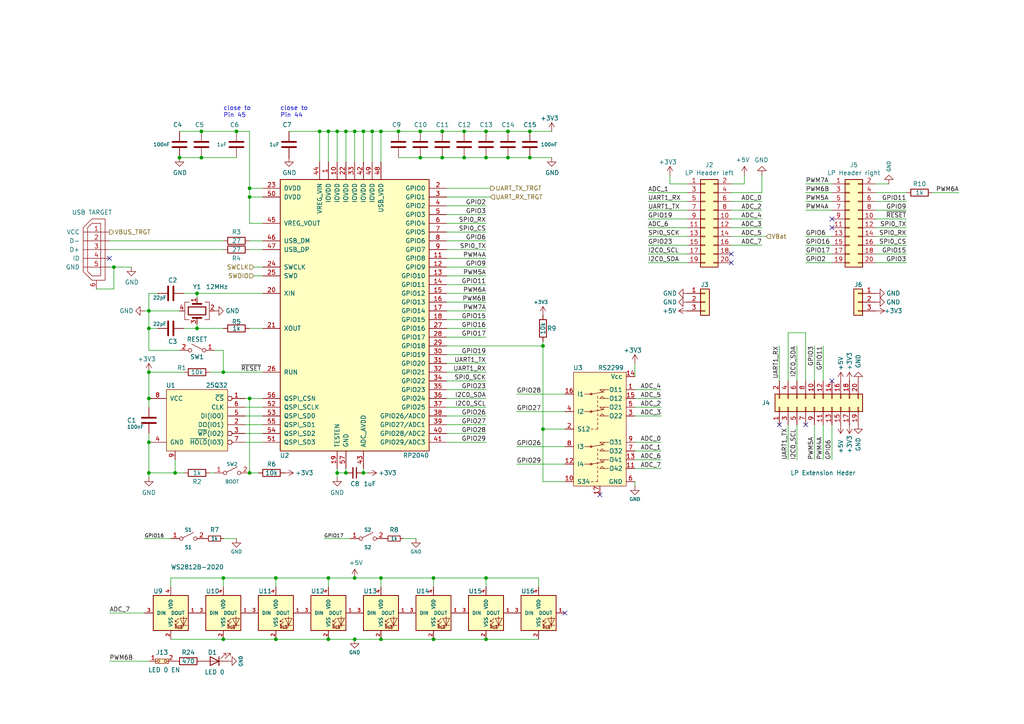
<source format=kicad_sch>
(kicad_sch (version 20231120) (generator "eeschema") (generator_version "8.0")
  (paper "A4")
  (junction (at 157.48 124.46))
  (junction (at 121.92 38.1))
  (junction (at 72.39 54.61))
  (junction (at 92.71 38.1))
  (junction (at 153.67 45.72))
  (junction (at 107.95 38.1))
  (junction (at 50.8 137.16))
  (junction (at 110.49 167.64))
  (junction (at 72.39 137.16))
  (junction (at 105.41 38.1))
  (junction (at 121.92 45.72))
  (junction (at 43.18 107.95))
  (junction (at 153.67 38.1))
  (junction (at 110.49 38.1))
  (junction (at 80.01 167.64))
  (junction (at 140.97 167.64))
  (junction (at 147.32 45.72))
  (junction (at 115.57 38.1))
  (junction (at 105.41 137.16))
  (junction (at 100.33 137.16))
  (junction (at 102.87 38.1))
  (junction (at 140.97 185.42))
  (junction (at 64.77 107.95))
  (junction (at 33.02 77.47))
  (junction (at 80.01 185.42))
  (junction (at 97.79 38.1))
  (junction (at 140.97 38.1))
  (junction (at 157.48 100.33))
  (junction (at 95.25 38.1))
  (junction (at 128.27 45.72))
  (junction (at 134.62 45.72))
  (junction (at 102.87 167.64))
  (junction (at 95.25 167.64))
  (junction (at 57.15 85.09))
  (junction (at 72.39 115.57))
  (junction (at 72.39 57.15))
  (junction (at 95.25 185.42))
  (junction (at 97.79 137.16))
  (junction (at 100.33 38.1))
  (junction (at 43.18 115.57))
  (junction (at 43.18 128.27))
  (junction (at 140.97 45.72))
  (junction (at 102.87 185.42))
  (junction (at 57.15 95.25))
  (junction (at 125.73 167.64))
  (junction (at 43.18 90.17))
  (junction (at 128.27 38.1))
  (junction (at 58.42 45.72))
  (junction (at 64.77 167.64))
  (junction (at 43.18 95.25))
  (junction (at 134.62 38.1))
  (junction (at 147.32 38.1))
  (junction (at 64.77 185.42))
  (junction (at 43.18 137.16))
  (junction (at 58.42 38.1))
  (junction (at 125.73 185.42))
  (junction (at 110.49 185.42))
  (junction (at 52.07 45.72))
  (junction (at 68.58 38.1))
  (no_connect (at 241.3 63.5))
  (no_connect (at 241.3 66.04))
  (no_connect (at 163.83 177.8))
  (no_connect (at 212.09 76.2))
  (no_connect (at 233.68 123.19))
  (no_connect (at 173.99 143.51))
  (no_connect (at 31.75 74.93))
  (no_connect (at 241.3 110.49))
  (no_connect (at 212.09 73.66))
  (no_connect (at 226.06 123.19))
  (wire (pts (xy 140.97 38.1) (xy 147.32 38.1)))
  (wire (pts (xy 231.14 123.19) (xy 231.14 133.35)))
  (wire (pts (xy 149.86 129.54) (xy 163.83 129.54)))
  (wire (pts (xy 43.18 90.17) (xy 52.07 90.17)))
  (wire (pts (xy 147.32 38.1) (xy 153.67 38.1)))
  (wire (pts (xy 64.77 156.21) (xy 68.58 156.21)))
  (wire (pts (xy 187.96 76.2) (xy 199.39 76.2)))
  (wire (pts (xy 73.66 80.01) (xy 76.2 80.01)))
  (wire (pts (xy 129.54 95.25) (xy 140.97 95.25)))
  (wire (pts (xy 93.98 156.21) (xy 101.6 156.21)))
  (wire (pts (xy 129.54 123.19) (xy 140.97 123.19)))
  (wire (pts (xy 134.62 45.72) (xy 140.97 45.72)))
  (wire (pts (xy 254 66.04) (xy 262.89 66.04)))
  (wire (pts (xy 187.96 68.58) (xy 199.39 68.58)))
  (wire (pts (xy 64.77 185.42) (xy 80.01 185.42)))
  (wire (pts (xy 254 76.2) (xy 262.89 76.2)))
  (wire (pts (xy 129.54 110.49) (xy 140.97 110.49)))
  (wire (pts (xy 140.97 120.65) (xy 129.54 120.65)))
  (wire (pts (xy 71.12 120.65) (xy 76.2 120.65)))
  (wire (pts (xy 95.25 38.1) (xy 97.79 38.1)))
  (wire (pts (xy 41.91 90.17) (xy 43.18 90.17)))
  (wire (pts (xy 115.57 38.1) (xy 121.92 38.1)))
  (wire (pts (xy 97.79 135.89) (xy 97.79 137.16)))
  (wire (pts (xy 228.6 110.49) (xy 228.6 96.52)))
  (wire (pts (xy 254 63.5) (xy 262.89 63.5)))
  (wire (pts (xy 233.68 68.58) (xy 241.3 68.58)))
  (wire (pts (xy 194.31 50.8) (xy 194.31 53.34)))
  (wire (pts (xy 58.42 38.1) (xy 68.58 38.1)))
  (wire (pts (xy 43.18 125.73) (xy 43.18 128.27)))
  (wire (pts (xy 184.15 113.03) (xy 191.77 113.03)))
  (wire (pts (xy 31.75 177.8) (xy 41.91 177.8)))
  (wire (pts (xy 125.73 170.18) (xy 125.73 167.64)))
  (wire (pts (xy 254 58.42) (xy 262.89 58.42)))
  (wire (pts (xy 50.8 137.16) (xy 53.34 137.16)))
  (wire (pts (xy 43.18 128.27) (xy 43.18 137.16)))
  (wire (pts (xy 157.48 124.46) (xy 163.83 124.46)))
  (wire (pts (xy 129.54 69.85) (xy 140.97 69.85)))
  (wire (pts (xy 68.58 38.1) (xy 72.39 38.1)))
  (wire (pts (xy 134.62 38.1) (xy 140.97 38.1)))
  (wire (pts (xy 254 73.66) (xy 262.89 73.66)))
  (wire (pts (xy 72.39 137.16) (xy 72.39 115.57)))
  (wire (pts (xy 43.18 191.77) (xy 31.75 191.77)))
  (wire (pts (xy 128.27 38.1) (xy 134.62 38.1)))
  (wire (pts (xy 236.22 100.33) (xy 236.22 110.49)))
  (wire (pts (xy 68.58 45.72) (xy 58.42 45.72)))
  (wire (pts (xy 72.39 38.1) (xy 72.39 54.61)))
  (wire (pts (xy 184.15 139.7) (xy 184.15 140.97)))
  (wire (pts (xy 184.15 105.41) (xy 184.15 109.22)))
  (wire (pts (xy 212.09 66.04) (xy 220.98 66.04)))
  (wire (pts (xy 163.83 139.7) (xy 157.48 139.7)))
  (wire (pts (xy 129.54 90.17) (xy 140.97 90.17)))
  (wire (pts (xy 57.15 95.25) (xy 53.34 95.25)))
  (wire (pts (xy 107.95 38.1) (xy 107.95 46.99)))
  (wire (pts (xy 129.54 100.33) (xy 157.48 100.33)))
  (wire (pts (xy 129.54 62.23) (xy 140.97 62.23)))
  (wire (pts (xy 95.25 38.1) (xy 95.25 46.99)))
  (wire (pts (xy 72.39 54.61) (xy 76.2 54.61)))
  (wire (pts (xy 110.49 170.18) (xy 110.49 167.64)))
  (wire (pts (xy 64.77 170.18) (xy 64.77 167.64)))
  (wire (pts (xy 184.15 130.81) (xy 191.77 130.81)))
  (wire (pts (xy 129.54 128.27) (xy 140.97 128.27)))
  (wire (pts (xy 95.25 170.18) (xy 95.25 167.64)))
  (wire (pts (xy 187.96 60.96) (xy 199.39 60.96)))
  (wire (pts (xy 97.79 137.16) (xy 100.33 137.16)))
  (wire (pts (xy 129.54 80.01) (xy 140.97 80.01)))
  (wire (pts (xy 187.96 73.66) (xy 199.39 73.66)))
  (wire (pts (xy 31.75 69.85) (xy 64.77 69.85)))
  (wire (pts (xy 97.79 38.1) (xy 97.79 46.99)))
  (wire (pts (xy 72.39 115.57) (xy 76.2 115.57)))
  (wire (pts (xy 233.68 73.66) (xy 241.3 73.66)))
  (wire (pts (xy 184.15 120.65) (xy 191.77 120.65)))
  (wire (pts (xy 129.54 64.77) (xy 140.97 64.77)))
  (wire (pts (xy 110.49 185.42) (xy 125.73 185.42)))
  (wire (pts (xy 212.09 58.42) (xy 220.98 58.42)))
  (wire (pts (xy 129.54 59.69) (xy 140.97 59.69)))
  (wire (pts (xy 43.18 90.17) (xy 43.18 95.25)))
  (wire (pts (xy 140.97 167.64) (xy 156.21 167.64)))
  (wire (pts (xy 121.92 45.72) (xy 128.27 45.72)))
  (wire (pts (xy 52.07 38.1) (xy 58.42 38.1)))
  (wire (pts (xy 102.87 38.1) (xy 105.41 38.1)))
  (wire (pts (xy 226.06 100.33) (xy 226.06 110.49)))
  (wire (pts (xy 238.76 100.33) (xy 238.76 110.49)))
  (wire (pts (xy 228.6 123.19) (xy 228.6 133.35)))
  (wire (pts (xy 142.24 54.61) (xy 129.54 54.61)))
  (wire (pts (xy 52.07 101.6) (xy 43.18 101.6)))
  (wire (pts (xy 153.67 45.72) (xy 160.02 45.72)))
  (wire (pts (xy 184.15 118.11) (xy 191.77 118.11)))
  (wire (pts (xy 80.01 167.64) (xy 95.25 167.64)))
  (wire (pts (xy 184.15 128.27) (xy 191.77 128.27)))
  (wire (pts (xy 71.12 125.73) (xy 76.2 125.73)))
  (wire (pts (xy 228.6 96.52) (xy 233.68 96.52)))
  (wire (pts (xy 71.12 128.27) (xy 76.2 128.27)))
  (wire (pts (xy 140.97 115.57) (xy 129.54 115.57)))
  (wire (pts (xy 58.42 45.72) (xy 52.07 45.72)))
  (wire (pts (xy 100.33 38.1) (xy 102.87 38.1)))
  (wire (pts (xy 41.91 156.21) (xy 49.53 156.21)))
  (wire (pts (xy 72.39 57.15) (xy 72.39 64.77)))
  (wire (pts (xy 149.86 114.3) (xy 163.83 114.3)))
  (wire (pts (xy 50.8 133.35) (xy 50.8 137.16)))
  (wire (pts (xy 125.73 185.42) (xy 140.97 185.42)))
  (wire (pts (xy 121.92 38.1) (xy 128.27 38.1)))
  (wire (pts (xy 156.21 167.64) (xy 156.21 170.18)))
  (wire (pts (xy 129.54 82.55) (xy 140.97 82.55)))
  (wire (pts (xy 187.96 63.5) (xy 199.39 63.5)))
  (wire (pts (xy 92.71 38.1) (xy 95.25 38.1)))
  (wire (pts (xy 129.54 92.71) (xy 140.97 92.71)))
  (wire (pts (xy 33.02 77.47) (xy 38.1 77.47)))
  (wire (pts (xy 62.23 101.6) (xy 64.77 101.6)))
  (wire (pts (xy 71.12 118.11) (xy 76.2 118.11)))
  (wire (pts (xy 140.97 105.41) (xy 129.54 105.41)))
  (wire (pts (xy 184.15 135.89) (xy 191.77 135.89)))
  (wire (pts (xy 115.57 45.72) (xy 121.92 45.72)))
  (wire (pts (xy 129.54 87.63) (xy 140.97 87.63)))
  (wire (pts (xy 212.09 68.58) (xy 222.25 68.58)))
  (wire (pts (xy 110.49 167.64) (xy 125.73 167.64)))
  (wire (pts (xy 129.54 102.87) (xy 140.97 102.87)))
  (wire (pts (xy 212.09 55.88) (xy 220.98 55.88)))
  (wire (pts (xy 129.54 118.11) (xy 140.97 118.11)))
  (wire (pts (xy 215.9 53.34) (xy 215.9 50.8)))
  (wire (pts (xy 64.77 107.95) (xy 76.2 107.95)))
  (wire (pts (xy 64.77 167.64) (xy 80.01 167.64)))
  (wire (pts (xy 72.39 95.25) (xy 76.2 95.25)))
  (wire (pts (xy 43.18 107.95) (xy 53.34 107.95)))
  (wire (pts (xy 80.01 185.42) (xy 95.25 185.42)))
  (wire (pts (xy 187.96 55.88) (xy 199.39 55.88)))
  (wire (pts (xy 106.68 137.16) (xy 105.41 137.16)))
  (wire (pts (xy 43.18 107.95) (xy 43.18 115.57)))
  (wire (pts (xy 72.39 54.61) (xy 72.39 57.15)))
  (wire (pts (xy 57.15 85.09) (xy 76.2 85.09)))
  (wire (pts (xy 43.18 137.16) (xy 43.18 138.43)))
  (wire (pts (xy 60.96 107.95) (xy 64.77 107.95)))
  (wire (pts (xy 49.53 170.18) (xy 49.53 167.64)))
  (wire (pts (xy 116.84 156.21) (xy 120.65 156.21)))
  (wire (pts (xy 233.68 53.34) (xy 241.3 53.34)))
  (wire (pts (xy 80.01 170.18) (xy 80.01 167.64)))
  (wire (pts (xy 157.48 139.7) (xy 157.48 124.46)))
  (wire (pts (xy 129.54 113.03) (xy 140.97 113.03)))
  (wire (pts (xy 102.87 38.1) (xy 102.87 46.99)))
  (wire (pts (xy 254 60.96) (xy 262.89 60.96)))
  (wire (pts (xy 157.48 99.06) (xy 157.48 100.33)))
  (wire (pts (xy 129.54 67.31) (xy 140.97 67.31)))
  (wire (pts (xy 43.18 85.09) (xy 43.18 90.17)))
  (wire (pts (xy 110.49 38.1) (xy 110.49 46.99)))
  (wire (pts (xy 43.18 101.6) (xy 43.18 95.25)))
  (wire (pts (xy 107.95 38.1) (xy 110.49 38.1)))
  (wire (pts (xy 270.51 55.88) (xy 278.13 55.88)))
  (wire (pts (xy 95.25 167.64) (xy 102.87 167.64)))
  (wire (pts (xy 254 55.88) (xy 262.89 55.88)))
  (wire (pts (xy 238.76 123.19) (xy 238.76 133.35)))
  (wire (pts (xy 50.8 137.16) (xy 43.18 137.16)))
  (wire (pts (xy 45.72 95.25) (xy 43.18 95.25)))
  (wire (pts (xy 184.15 133.35) (xy 191.77 133.35)))
  (wire (pts (xy 72.39 137.16) (xy 74.93 137.16)))
  (wire (pts (xy 129.54 107.95) (xy 140.97 107.95)))
  (wire (pts (xy 72.39 64.77) (xy 76.2 64.77)))
  (wire (pts (xy 102.87 185.42) (xy 110.49 185.42)))
  (wire (pts (xy 187.96 66.04) (xy 199.39 66.04)))
  (wire (pts (xy 97.79 38.1) (xy 100.33 38.1)))
  (wire (pts (xy 233.68 55.88) (xy 241.3 55.88)))
  (wire (pts (xy 153.67 38.1) (xy 160.02 38.1)))
  (wire (pts (xy 140.97 125.73) (xy 129.54 125.73)))
  (wire (pts (xy 129.54 85.09) (xy 140.97 85.09)))
  (wire (pts (xy 57.15 93.98) (xy 57.15 95.25)))
  (wire (pts (xy 128.27 45.72) (xy 134.62 45.72)))
  (wire (pts (xy 149.86 134.62) (xy 163.83 134.62)))
  (wire (pts (xy 140.97 185.42) (xy 156.21 185.42)))
  (wire (pts (xy 187.96 71.12) (xy 199.39 71.12)))
  (wire (pts (xy 129.54 97.79) (xy 140.97 97.79)))
  (wire (pts (xy 73.66 77.47) (xy 76.2 77.47)))
  (wire (pts (xy 33.02 83.82) (xy 27.94 83.82)))
  (wire (pts (xy 105.41 38.1) (xy 105.41 46.99)))
  (wire (pts (xy 49.53 167.64) (xy 64.77 167.64)))
  (wire (pts (xy 233.68 60.96) (xy 241.3 60.96)))
  (wire (pts (xy 129.54 77.47) (xy 140.97 77.47)))
  (wire (pts (xy 105.41 137.16) (xy 105.41 135.89)))
  (wire (pts (xy 142.24 57.15) (xy 129.54 57.15)))
  (wire (pts (xy 31.75 77.47) (xy 33.02 77.47)))
  (wire (pts (xy 157.48 124.46) (xy 157.48 100.33)))
  (wire (pts (xy 64.77 101.6) (xy 64.77 107.95)))
  (wire (pts (xy 76.2 72.39) (xy 72.39 72.39)))
  (wire (pts (xy 140.97 45.72) (xy 147.32 45.72)))
  (wire (pts (xy 241.3 123.19) (xy 241.3 133.35)))
  (wire (pts (xy 92.71 38.1) (xy 92.71 46.99)))
  (wire (pts (xy 110.49 38.1) (xy 115.57 38.1)))
  (wire (pts (xy 95.25 185.42) (xy 102.87 185.42)))
  (wire (pts (xy 236.22 123.19) (xy 236.22 133.35)))
  (wire (pts (xy 100.33 38.1) (xy 100.33 46.99)))
  (wire (pts (xy 147.32 45.72) (xy 153.67 45.72)))
  (wire (pts (xy 102.87 167.64) (xy 110.49 167.64)))
  (wire (pts (xy 31.75 72.39) (xy 64.77 72.39)))
  (wire (pts (xy 100.33 137.16) (xy 100.33 135.89)))
  (wire (pts (xy 33.02 77.47) (xy 33.02 83.82)))
  (wire (pts (xy 43.18 118.11) (xy 43.18 115.57)))
  (wire (pts (xy 187.96 58.42) (xy 199.39 58.42)))
  (wire (pts (xy 72.39 57.15) (xy 76.2 57.15)))
  (wire (pts (xy 57.15 86.36) (xy 57.15 85.09)))
  (wire (pts (xy 72.39 69.85) (xy 76.2 69.85)))
  (wire (pts (xy 125.73 167.64) (xy 140.97 167.64)))
  (wire (pts (xy 83.82 38.1) (xy 92.71 38.1)))
  (wire (pts (xy 233.68 71.12) (xy 241.3 71.12)))
  (wire (pts (xy 71.12 123.19) (xy 76.2 123.19)))
  (wire (pts (xy 57.15 95.25) (xy 64.77 95.25)))
  (wire (pts (xy 233.68 96.52) (xy 233.68 110.49)))
  (wire (pts (xy 49.53 185.42) (xy 64.77 185.42)))
  (wire (pts (xy 105.41 38.1) (xy 107.95 38.1)))
  (wire (pts (xy 212.09 60.96) (xy 220.98 60.96)))
  (wire (pts (xy 220.98 55.88) (xy 220.98 50.8)))
  (wire (pts (xy 194.31 53.34) (xy 199.39 53.34)))
  (wire (pts (xy 129.54 72.39) (xy 140.97 72.39)))
  (wire (pts (xy 233.68 76.2) (xy 241.3 76.2)))
  (wire (pts (xy 233.68 58.42) (xy 241.3 58.42)))
  (wire (pts (xy 53.34 85.09) (xy 57.15 85.09)))
  (wire (pts (xy 257.81 53.34) (xy 254 53.34)))
  (wire (pts (xy 212.09 53.34) (xy 215.9 53.34)))
  (wire (pts (xy 71.12 115.57) (xy 72.39 115.57)))
  (wire (pts (xy 184.15 115.57) (xy 191.77 115.57)))
  (wire (pts (xy 254 71.12) (xy 262.89 71.12)))
  (wire (pts (xy 43.18 85.09) (xy 45.72 85.09)))
  (wire (pts (xy 97.79 138.43) (xy 97.79 137.16)))
  (wire (pts (xy 212.09 63.5) (xy 220.98 63.5)))
  (wire (pts (xy 149.86 119.38) (xy 163.83 119.38)))
  (wire (pts (xy 254 68.58) (xy 262.89 68.58)))
  (wire (pts (xy 60.96 137.16) (xy 62.23 137.16)))
  (wire (pts (xy 212.09 71.12) (xy 220.98 71.12)))
  (wire (pts (xy 129.54 74.93) (xy 140.97 74.93)))
  (wire (pts (xy 140.97 170.18) (xy 140.97 167.64)))
  (wire (pts (xy 231.14 100.33) (xy 231.14 110.49)))
  (text "close to\nPin 44\n" (at 81.28 34.29 0) (effects (font (size 1.27 1.27)) (justify left bottom)))
  (text "close to\nPin 45" (at 64.77 34.29 0) (effects (font (size 1.27 1.27)) (justify left bottom)))
  (label "GPIO23" (at 187.96 71.12 0))
  (label "GPIO26" (at 149.86 129.54 0))
  (label "UART1_TX" (at 228.6 133.35 90))
  (label "UART1_RX" (at 140.97 107.95 180))
  (label "GPIO16" (at 41.91 156.21 0) (effects (font (size 1.016 1.016))))
  (label "GPIO11" (at 238.76 100.33 270))
  (label "SPI0_SCK" (at 140.97 110.49 180))
  (label "UART1_RX" (at 226.06 100.33 270))
  (label "PWM4A" (at 238.76 133.35 90))
  (label "ADC_1" (at 191.77 130.81 180))
  (label "GPIO15" (at 262.89 73.66 180))
  (label "ADC_7" (at 31.75 177.8 0))
  (label "GPIO11" (at 262.89 58.42 180))
  (label "PWM6B" (at 233.68 55.88 0))
  (label "ADC_7" (at 191.77 135.89 180))
  (label "GPIO19" (at 187.96 63.5 0))
  (label "GPIO15" (at 140.97 92.71 180))
  (label "GPIO17" (at 93.98 156.21 0) (effects (font (size 1.016 1.016))))
  (label "I2C0_SDA" (at 140.97 115.57 180))
  (label "GPIO16" (at 140.97 95.25 180))
  (label "SPI0_RX" (at 262.89 68.58 180))
  (label "GPIO23" (at 140.97 113.03 180))
  (label "I2C0_SCL" (at 140.97 118.11 180))
  (label "PWM4A" (at 140.97 74.93 180))
  (label "ADC_0" (at 191.77 128.27 180))
  (label "ADC_5" (at 191.77 115.57 180))
  (label "ADC_2" (at 220.98 60.96 180))
  (label "GPIO6" (at 241.3 133.35 90))
  (label "PWM7A" (at 140.97 90.17 180))
  (label "SPI0_TX" (at 140.97 72.39 180))
  (label "ADC_1" (at 187.96 55.88 0))
  (label "GPIO11" (at 140.97 82.55 180))
  (label "ADC_7" (at 220.98 71.12 180))
  (label "PWM5A" (at 233.68 58.42 0))
  (label "UART1_TX" (at 140.97 105.41 180))
  (label "ADC_6" (at 191.77 133.35 180))
  (label "ADC_3" (at 191.77 120.65 180))
  (label "GPIO19" (at 140.97 102.87 180))
  (label "GPIO3" (at 236.22 100.33 270))
  (label "UART1_RX" (at 187.96 58.42 0))
  (label "GPIO3" (at 140.97 62.23 180))
  (label "GPIO6" (at 233.68 68.58 0))
  (label "PWM6A" (at 140.97 85.09 180))
  (label "GPIO26" (at 140.97 120.65 180))
  (label "GPIO2" (at 140.97 59.69 180))
  (label "SPI0_CS" (at 262.89 71.12 180))
  (label "GPIO29" (at 149.86 134.62 0))
  (label "ADC_4" (at 220.98 63.5 180))
  (label "GPIO29" (at 140.97 128.27 180))
  (label "ADC_3" (at 220.98 66.04 180))
  (label "PWM5A" (at 236.22 133.35 90))
  (label "SPI0_CS" (at 140.97 67.31 180))
  (label "ADC_5" (at 220.98 68.58 180))
  (label "~{RESET}" (at 69.85 107.95 0))
  (label "ADC_4" (at 191.77 113.03 180))
  (label "PWM6A" (at 278.13 55.88 180))
  (label "I2C0_SCL" (at 231.14 133.35 90))
  (label "GPIO28" (at 140.97 125.73 180))
  (label "PWM7A" (at 233.68 53.34 0))
  (label "ADC_0" (at 220.98 58.42 180))
  (label "GPIO17" (at 140.97 97.79 180))
  (label "PWM6B" (at 31.75 191.77 0))
  (label "GPIO2" (at 233.68 76.2 0))
  (label "GPIO27" (at 140.97 123.19 180))
  (label "SPI0_TX" (at 262.89 66.04 180))
  (label "GPIO16" (at 233.68 71.12 0))
  (label "SPI0_SCK" (at 187.96 68.58 0))
  (label "PWM6B" (at 140.97 87.63 180))
  (label "GPIO9" (at 262.89 60.96 180))
  (label "ADC_6" (at 187.96 66.04 0))
  (label "GPIO17" (at 233.68 73.66 0))
  (label "~{RESET}" (at 262.89 63.5 180))
  (label "GPIO27" (at 149.86 119.38 0))
  (label "GPIO28" (at 149.86 114.3 0))
  (label "GPIO6" (at 140.97 69.85 180))
  (label "ADC_2" (at 191.77 118.11 180))
  (label "I2C0_SCL" (at 187.96 73.66 0))
  (label "GPIO9" (at 140.97 77.47 180))
  (label "I2C0_SDA" (at 187.96 76.2 0))
  (label "SPI0_RX" (at 140.97 64.77 180))
  (label "GPIO3" (at 262.89 76.2 180))
  (label "I2C0_SDA" (at 231.14 100.33 270))
  (label "UART1_TX" (at 187.96 60.96 0))
  (label "PWM5A" (at 140.97 80.01 180))
  (label "PWM4A" (at 233.68 60.96 0))
  (hierarchical_label "UART_TX_TRGT" (shape output) (at 142.24 54.61 0))
  (hierarchical_label "VBat" (shape input) (at 222.25 68.58 0))
  (hierarchical_label "UART_RX_TRGT" (shape input) (at 142.24 57.15 0))
  (hierarchical_label "SWDIO" (shape input) (at 73.66 80.01 180))
  (hierarchical_label "SWCLK" (shape input) (at 73.66 77.47 180))
  (hierarchical_label "VBUS_TRGT" (shape output) (at 31.75 67.31 0))
  (symbol (lib_id "Device:R") (at 68.58 69.85 270) (unit 1)
    (property "Reference" "R3" (at 68.58 67.31 90))
    (property "Value" "27" (at 68.58 69.85 90))
    (property "Footprint" "Resistor_SMD:R_0603_1608Metric" (effects (hide yes)))
    (property "Datasheet" "https://www.digikey.de/de/products/detail/panasonic-electronic-components/ERJ-3EKF27R0V/1746361" (effects (hide yes)))
    (property "STANDARD" "unkritisch" (effects (hide yes)))
  )
  (symbol (lib_id "Device:R") (at 68.58 72.39 270) (unit 1)
    (property "Reference" "R4" (at 68.58 74.93 90))
    (property "Value" "27" (at 68.58 72.39 90))
    (property "Footprint" "Resistor_SMD:R_0603_1608Metric" (effects (hide yes)))
    (property "Datasheet" "https://www.digikey.de/de/products/detail/panasonic-electronic-components/ERJ-3EKF27R0V/1746361" (effects (hide yes)))
    (property "STANDARD" "unkritisch" (effects (hide yes)))
  )
  (symbol (lib_id "rp2040-launchpad-PCB:Micro-USB-B-Socket") (at 29.21 72.39 0) (unit 1)
    (property "Reference" "USB1" (effects (hide yes)))
    (property "Value" "USB TARGET" (at 26.67 61.595 0))
    (property "Footprint" "rp2040-launchpad-PCB:USB-micro-B-Amph-10118194" (effects (hide yes)))
    (property "Datasheet" "https://www.digikey.de/de/products/detail/amphenol-icc-fci/10118194-0001LF/2785389?s=N4IgTCBcDaIGwAYCcBaALHAjADhZkAugL5A" (effects (hide yes)))
    (property "STANDARD" "kann beigestellt werden" (effects (hide yes)))
  )
  (symbol (lib_id "power:GND") (at 62.23 90.17 90) (unit 1)
    (property "Reference" "#PWR05" (effects (hide yes)))
    (property "Value" "GND" (at 65.405 90.17 90) (effects (justify right)))
    (property "Description" "Power symbol creates a global label with name \"GND\" , ground" (effects (hide yes)))
  )
  (symbol (lib_id "power:+5V") (at 102.87 167.64 0) (unit 1)
    (property "Reference" "#PWR0101" (effects (hide yes)))
    (property "Value" "+5V" (at 103.251 163.2458 0))
    (property "Description" "Power symbol creates a global label with name \"+5V\"" (effects (hide yes)))
  )
  (symbol (lib_id "power:+5V") (at 243.84 123.19 180) (unit 1)
    (property "Reference" "#PWR0104" (effects (hide yes)))
    (property "Value" "+5V" (at 243.84 129.54 90))
    (property "Description" "Power symbol creates a global label with name \"+5V\"" (effects (hide yes)))
  )
  (symbol (lib_id "power:+5V") (at 243.84 110.49 0) (unit 1)
    (property "Reference" "#PWR0105" (effects (hide yes)))
    (property "Value" "+5V" (at 243.84 105.41 90))
    (property "Description" "Power symbol creates a global label with name \"+5V\"" (effects (hide yes)))
  )
  (symbol (lib_id "power:+3V3") (at 246.38 110.49 0) (unit 1)
    (property "Reference" "#PWR0106" (effects (hide yes)))
    (property "Value" "+3V3" (at 246.38 104.775 90))
    (property "Description" "Power symbol creates a global label with name \"+3V3\"" (effects (hide yes)))
  )
  (symbol (lib_id "power:GND") (at 248.92 110.49 180) (unit 1)
    (property "Reference" "#PWR0107" (effects (hide yes)))
    (property "Value" "GND" (at 248.92 104.775 90))
    (property "Description" "Power symbol creates a global label with name \"GND\" , ground" (effects (hide yes)))
  )
  (symbol (lib_id "power:GND") (at 43.18 138.43 0) (unit 1)
    (property "Reference" "#PWR010" (effects (hide yes)))
    (property "Value" "GND" (at 43.18 142.875 0))
    (property "Description" "Power symbol creates a global label with name \"GND\" , ground" (effects (hide yes)))
  )
  (symbol (lib_id "Device:R") (at 78.74 137.16 270) (unit 1)
    (property "Reference" "R6" (at 78.74 134.62 90))
    (property "Value" "10k" (at 78.74 137.16 90))
    (property "Footprint" "Resistor_SMD:R_0603_1608Metric" (effects (hide yes)))
    (property "Datasheet" "https://www.digikey.de/de/products/detail/panasonic-electronic-components/ERJ-3GEYJ103V/135662" (effects (hide yes)))
    (property "STANDARD" "unkritisch" (effects (hide yes)))
  )
  (symbol (lib_id "power:GND") (at 102.87 185.42 0) (unit 1)
    (property "Reference" "#PWR012" (effects (hide yes)))
    (property "Value" "GND" (at 102.87 189.23 0) (effects (font (size 1.016 1.016))))
    (property "Description" "Power symbol creates a global label with name \"GND\" , ground" (effects (hide yes)))
  )
  (symbol (lib_id "power:GND") (at 52.07 45.72 0) (unit 1)
    (property "Reference" "#PWR011" (effects (hide yes)))
    (property "Value" "GND" (at 52.197 50.1142 0))
    (property "Description" "Power symbol creates a global label with name \"GND\" , ground" (effects (hide yes)))
  )
  (symbol (lib_id "power:GND") (at 83.82 45.72 0) (unit 1)
    (property "Reference" "#PWR018" (effects (hide yes)))
    (property "Value" "GND" (at 83.947 50.1142 0))
    (property "Description" "Power symbol creates a global label with name \"GND\" , ground" (effects (hide yes)))
  )
  (symbol (lib_id "power:GND") (at 160.02 45.72 0) (unit 1)
    (property "Reference" "#PWR025" (effects (hide yes)))
    (property "Value" "GND" (at 160.147 50.1142 0))
    (property "Description" "Power symbol creates a global label with name \"GND\" , ground" (effects (hide yes)))
  )
  (symbol (lib_id "power:GND") (at 41.91 90.17 270) (unit 1)
    (property "Reference" "#PWR08" (effects (hide yes)))
    (property "Value" "GND" (at 38.735 90.17 90) (effects (justify right)))
    (property "Description" "Power symbol creates a global label with name \"GND\" , ground" (effects (hide yes)))
  )
  (symbol (lib_id "power:GND") (at 38.1 77.47 0) (unit 1)
    (property "Reference" "#PWR07" (effects (hide yes)))
    (property "Value" "GND" (at 38.227 81.8642 0))
    (property "Description" "Power symbol creates a global label with name \"GND\" , ground" (effects (hide yes)))
  )
  (symbol (lib_id "power:+3V3") (at 43.18 107.95 0) (unit 1)
    (property "Reference" "#PWR09" (effects (hide yes)))
    (property "Value" "+3V3" (at 42.545 104.14 0))
    (property "Description" "Power symbol creates a global label with name \"+3V3\"" (effects (hide yes)))
  )
  (symbol (lib_id "rp2040-launchpad-PCB:RP2040") (at 102.87 91.44 0) (unit 1)
    (property "Reference" "U2" (at 82.55 132.08 0))
    (property "Value" "RP2040" (at 120.65 132.08 0))
    (property "Footprint" "QFN40P700X700X90-57N" (effects (hide yes)))
    (property "Datasheet" "https://www.digikey.de/de/products/detail/raspberry-pi/SC0914-13/14306010" (effects (hide yes)))
    (property "STANDARD" "IPC 7351B" (effects (hide yes)))
    (property "MAXIMUM_PACKAGE_HEIGHT" "0.9 mm" (effects (hide yes)))
    (property "MANUFACTURER" "Raspberry Pi" (effects (hide yes)))
    (property "PARTREV" "1.6.1" (effects (hide yes)))
  )
  (symbol (lib_id "Device:C_Small") (at 102.87 137.16 270) (unit 1)
    (property "Reference" "C8" (at 101.6 140.335 90) (effects (justify left)))
    (property "Value" "1uF" (at 105.41 140.335 90) (effects (justify left)))
    (property "Footprint" "Capacitor_SMD:C_0603_1608Metric" (effects (hide yes)))
    (property "Datasheet" "https://www.digikey.de/de/products/detail/kemet/C0603C105K8RAC7867/2199790" (effects (hide yes)))
    (property "MANUFACTURER" "z.B. Kemet" (effects (hide yes)))
    (property "STANDARD" "unkritisch" (effects (hide yes)))
  )
  (symbol (lib_id "Switch:SW_SPST") (at 57.15 101.6 0) (mirror y) (unit 1)
    (property "Reference" "SW1" (at 57.15 103.505 0))
    (property "Value" "RESET" (at 57.15 98.425 0))
    (property "Footprint" "rp2040-launchpad-PCB:DIPT-1188E" (effects (hide yes)))
    (property "Datasheet" "https://www.mouser.de/ProductDetail/Diptronics/1188E-1W3-V-T-R?qs=MLItCLRbWsziiBJeSO1fUw%3D%3D" (effects (hide yes)))
  )
  (symbol (lib_id "power:GND") (at 97.79 138.43 0) (unit 1)
    (property "Reference" "#PWR019" (effects (hide yes)))
    (property "Value" "GND" (at 97.79 142.875 0))
    (property "Description" "Power symbol creates a global label with name \"GND\" , ground" (effects (hide yes)))
  )
  (symbol (lib_id "power:+3V3") (at 106.68 137.16 270) (unit 1)
    (property "Reference" "#PWR020" (effects (hide yes)))
    (property "Value" "+3V3" (at 112.395 137.16 90))
    (property "Description" "Power symbol creates a global label with name \"+3V3\"" (effects (hide yes)))
  )
  (symbol (lib_id "Switch:SW_SPST") (at 67.31 137.16 0) (unit 1)
    (property "Reference" "SW2" (at 67.31 134.62 0) (effects (font (size 1.016 1.016))))
    (property "Value" "BOOT" (at 67.31 139.7 0) (effects (font (size 1.016 1.016))))
    (property "Footprint" "rp2040-launchpad-PCB:KMR2-Switch" (effects (hide yes)))
    (property "Datasheet" "https://www.digikey.de/de/products/detail/c-k/KMR223NG-LFG/2296954" (effects (hide yes)))
  )
  (symbol (lib_id "power:+3V3") (at 82.55 137.16 270) (unit 1)
    (property "Reference" "#PWR017" (effects (hide yes)))
    (property "Value" "+3V3" (at 88.265 137.16 90))
    (property "Description" "Power symbol creates a global label with name \"+3V3\"" (effects (hide yes)))
  )
  (symbol (lib_id "Connector_Generic:Conn_02x10_Odd_Even") (at 204.47 63.5 0) (unit 1)
    (property "Reference" "J2" (at 205.74 47.8282 0))
    (property "Value" "LP Header left" (at 205.74 50.1396 0))
    (property "Footprint" "Connector_PinHeader_2.54mm:PinHeader_2x10_P2.54mm_Vertical" (effects (hide yes)))
    (property "Datasheet" "wird nicht bestückt" (effects (hide yes)))
  )
  (symbol (lib_id "Connector_Generic:Conn_02x10_Odd_Even") (at 246.38 63.5 0) (unit 1)
    (property "Reference" "J5" (at 247.65 47.8282 0))
    (property "Value" "LP Header right" (at 247.65 50.1396 0))
    (property "Footprint" "Connector_PinHeader_2.54mm:PinHeader_2x10_P2.54mm_Vertical" (effects (hide yes)))
    (property "Datasheet" "wird nicht bestückt" (effects (hide yes)))
  )
  (symbol (lib_id "Connector_Generic:Conn_02x10_Odd_Even") (at 236.22 118.11 90) (unit 1)
    (property "Reference" "J4" (at 220.98 116.84 90) (effects (justify right)))
    (property "Value" "LP Extension Heder" (at 229.235 137.16 90) (effects (justify right)))
    (property "Footprint" "Connector_PinHeader_2.54mm:PinHeader_2x10_P2.54mm_Vertical" (effects (hide yes)))
    (property "Datasheet" "wird nicht bestückt" (effects (hide yes)))
  )
  (symbol (lib_id "power:GND") (at 248.92 123.19 0) (unit 1)
    (property "Reference" "#PWR039" (effects (hide yes)))
    (property "Value" "GND" (at 248.92 128.905 90))
    (property "Description" "Power symbol creates a global label with name \"GND\" , ground" (effects (hide yes)))
  )
  (symbol (lib_id "power:+3V3") (at 246.38 123.19 180) (unit 1)
    (property "Reference" "#PWR037" (effects (hide yes)))
    (property "Value" "+3V3" (at 246.38 128.905 90))
    (property "Description" "Power symbol creates a global label with name \"+3V3\"" (effects (hide yes)))
  )
  (symbol (lib_id "power:+5V") (at 215.9 50.8 0) (unit 1)
    (property "Reference" "#PWR032" (effects (hide yes)))
    (property "Value" "+5V" (at 213.36 46.355 0) (effects (justify left)))
    (property "Description" "Power symbol creates a global label with name \"+5V\"" (effects (hide yes)))
  )
  (symbol (lib_id "power:GND") (at 257.81 53.34 180) (unit 1)
    (property "Reference" "#PWR043" (effects (hide yes)))
    (property "Value" "GND" (at 257.81 48.26 90) (effects (font (size 1.016 1.016))))
    (property "Description" "Power symbol creates a global label with name \"GND\" , ground" (effects (hide yes)))
  )
  (symbol (lib_id "Device:R") (at 266.7 55.88 90) (unit 1)
    (property "Reference" "R10" (at 266.7 53.34 90))
    (property "Value" "1k" (at 266.7 55.88 90))
    (property "Footprint" "Resistor_SMD:R_0603_1608Metric" (effects (hide yes)))
    (property "Datasheet" "https://www.digikey.de/de/products/detail/yageo/AC0603JR-101KL/14286501" (effects (hide yes)))
    (property "STANDARD" "unkritisch" (effects (hide yes)))
  )
  (symbol (lib_id "Connector_Generic:Conn_01x03") (at 248.92 87.63 0) (mirror y) (unit 1)
    (property "Reference" "J6" (at 250.19 82.55 0) (effects (justify left)))
    (property "Value" "PWR Header" (effects (hide yes)))
    (property "Footprint" "Connector_PinHeader_2.54mm:PinHeader_1x03_P2.54mm_Vertical" (effects (hide yes)))
    (property "Datasheet" "wird nicht bestückt" (effects (hide yes)))
  )
  (symbol (lib_id "Connector_Generic:Conn_01x03") (at 204.47 87.63 0) (unit 1)
    (property "Reference" "J3" (at 203.2 82.55 0) (effects (justify left)))
    (property "Value" "PWR Header" (effects (hide yes)))
    (property "Footprint" "Connector_PinHeader_2.54mm:PinHeader_1x03_P2.54mm_Vertical" (effects (hide yes)))
    (property "Datasheet" "wird nicht bestückt" (effects (hide yes)))
  )
  (symbol (lib_id "power:+3V3") (at 254 90.17 270) (unit 1)
    (property "Reference" "#PWR042" (effects (hide yes)))
    (property "Value" "+3V3" (at 259.08 90.17 90))
    (property "Description" "Power symbol creates a global label with name \"+3V3\"" (effects (hide yes)))
  )
  (symbol (lib_id "power:+5V") (at 199.39 90.17 90) (unit 1)
    (property "Reference" "#PWR031" (effects (hide yes)))
    (property "Value" "+5V" (at 196.215 90.17 90) (effects (justify left)))
    (property "Description" "Power symbol creates a global label with name \"+5V\"" (effects (hide yes)))
  )
  (symbol (lib_id "power:GND") (at 254 85.09 90) (unit 1)
    (property "Reference" "#PWR040" (effects (hide yes)))
    (property "Value" "GND" (at 259.08 85.09 90))
    (property "Description" "Power symbol creates a global label with name \"GND\" , ground" (effects (hide yes)))
  )
  (symbol (lib_id "power:GND") (at 254 87.63 90) (unit 1)
    (property "Reference" "#PWR041" (effects (hide yes)))
    (property "Value" "GND" (at 259.08 87.63 90))
    (property "Description" "Power symbol creates a global label with name \"GND\" , ground" (effects (hide yes)))
  )
  (symbol (lib_id "power:GND") (at 199.39 85.09 270) (unit 1)
    (property "Reference" "#PWR029" (effects (hide yes)))
    (property "Value" "GND" (at 194.31 85.09 90))
    (property "Description" "Power symbol creates a global label with name \"GND\" , ground" (effects (hide yes)))
  )
  (symbol (lib_id "power:GND") (at 199.39 87.63 270) (unit 1)
    (property "Reference" "#PWR030" (effects (hide yes)))
    (property "Value" "GND" (at 194.31 87.63 90))
    (property "Description" "Power symbol creates a global label with name \"GND\" , ground" (effects (hide yes)))
  )
  (symbol (lib_id "power:GND") (at 184.15 140.97 0) (unit 1)
    (property "Reference" "#PWR027" (effects (hide yes)))
    (property "Value" "GND" (at 184.15 144.78 0) (effects (font (size 1.016 1.016))))
    (property "Description" "Power symbol creates a global label with name \"GND\" , ground" (effects (hide yes)))
  )
  (symbol (lib_id "power:+3V3") (at 184.15 105.41 0) (unit 1)
    (property "Reference" "#PWR026" (effects (hide yes)))
    (property "Value" "+3V3" (at 183.515 101.6 0))
    (property "Description" "Power symbol creates a global label with name \"+3V3\"" (effects (hide yes)))
  )
  (symbol (lib_id "rp2040-launchpad-PCB:RS2299") (at 173.99 124.46 0) (unit 1)
    (property "Reference" "U3" (at 167.64 106.68 0))
    (property "Value" "RS2299" (at 177.165 106.68 0))
    (property "Footprint" "Package_DFN_QFN:QFN-16-1EP_3x3mm_P0.5mm_EP1.7x1.7mm" (effects (hide yes)))
    (property "Datasheet" "https://www.digikey.de/de/products/detail/runic-technology/RS2299XTQC16/14544619?s=N4IgTCBcDaIE4GcxgJwpAXQL5A" (effects (hide yes)))
  )
  (symbol (lib_id "Device:R") (at 157.48 95.25 180) (unit 1)
    (property "Reference" "R9" (at 160.02 95.25 0))
    (property "Value" "10k" (at 157.48 95.25 90))
    (property "Footprint" "Resistor_SMD:R_0603_1608Metric" (effects (hide yes)))
    (property "Datasheet" "https://www.digikey.de/de/products/detail/panasonic-electronic-components/ERJ-3GEYJ103V/135662" (effects (hide yes)))
    (property "STANDARD" "unkritisch" (effects (hide yes)))
  )
  (symbol (lib_id "power:+3V3") (at 157.48 91.44 0) (unit 1)
    (property "Reference" "#PWR023" (effects (hide yes)))
    (property "Value" "+3V3" (at 156.845 87.63 0) (effects (font (size 1.016 1.016))))
    (property "Description" "Power symbol creates a global label with name \"+3V3\"" (effects (hide yes)))
  )
  (symbol (lib_id "Switch:SW_SPST") (at 106.68 156.21 0) (unit 1)
    (property "Reference" "S2" (at 106.68 153.67 0) (effects (font (size 1.016 1.016))))
    (property "Value" "S2" (at 106.68 158.75 0) (effects (font (size 1.016 1.016))))
    (property "Footprint" "rp2040-launchpad-PCB:DIPT-1188E" (effects (hide yes)))
    (property "Datasheet" "https://www.mouser.de/ProductDetail/Diptronics/1188E-1W3-V-T-R?qs=MLItCLRbWsziiBJeSO1fUw%3D%3D" (effects (hide yes)))
  )
  (symbol (lib_id "Device:R_Small") (at 62.23 156.21 270) (unit 1)
    (property "Reference" "R7" (at 62.23 153.67 90))
    (property "Value" "1k" (at 62.23 156.21 90) (effects (font (size 1.016 1.016))))
    (property "Footprint" "Resistor_SMD:R_0603_1608Metric" (effects (hide yes)))
    (property "Datasheet" "https://www.digikey.de/de/products/detail/yageo/AC0603JR-101KL/14286501" (effects (hide yes)))
    (property "STANDARD" "unkritisch" (effects (hide yes)))
  )
  (symbol (lib_id "power:GND") (at 68.58 156.21 0) (unit 1)
    (property "Reference" "#PWR021" (effects (hide yes)))
    (property "Value" "GND" (at 68.58 160.02 0) (effects (font (size 1.016 1.016))))
    (property "Description" "Power symbol creates a global label with name \"GND\" , ground" (effects (hide yes)))
  )
  (symbol (lib_id "power:GND") (at 120.65 156.21 0) (unit 1)
    (property "Reference" "#PWR022" (effects (hide yes)))
    (property "Value" "GND" (at 120.65 160.02 0) (effects (font (size 1.016 1.016))))
    (property "Description" "Power symbol creates a global label with name \"GND\" , ground" (effects (hide yes)))
  )
  (symbol (lib_id "Device:R_Small") (at 114.3 156.21 270) (unit 1)
    (property "Reference" "R8" (at 114.3 153.67 90))
    (property "Value" "1k" (at 114.3 156.21 90) (effects (font (size 1.016 1.016))))
    (property "Footprint" "Resistor_SMD:R_0603_1608Metric" (effects (hide yes)))
    (property "Datasheet" "https://www.digikey.de/de/products/detail/yageo/AC0603JR-101KL/14286501" (effects (hide yes)))
    (property "STANDARD" "unkritisch" (effects (hide yes)))
  )
  (symbol (lib_id "Switch:SW_SPST") (at 54.61 156.21 0) (unit 1)
    (property "Reference" "S1" (at 54.61 153.67 0) (effects (font (size 1.016 1.016))))
    (property "Value" "S1" (at 54.61 158.75 0) (effects (font (size 1.016 1.016))))
    (property "Footprint" "rp2040-launchpad-PCB:DIPT-1188E" (effects (hide yes)))
    (property "Datasheet" "https://www.mouser.de/ProductDetail/Diptronics/1188E-1W3-V-T-R?qs=MLItCLRbWsziiBJeSO1fUw%3D%3D" (effects (hide yes)))
  )
  (symbol (lib_id "power:+3V3") (at 160.02 38.1 0) (unit 1)
    (property "Reference" "#PWR024" (effects (hide yes)))
    (property "Value" "+3V3" (at 159.385 34.29 0))
    (property "Description" "Power symbol creates a global label with name \"+3V3\"" (effects (hide yes)))
  )
  (symbol (lib_id "power:+3V3") (at 194.31 50.8 0) (unit 1)
    (property "Reference" "#PWR028" (effects (hide yes)))
    (property "Value" "+3V3" (at 193.675 46.99 0))
    (property "Description" "Power symbol creates a global label with name \"+3V3\"" (effects (hide yes)))
  )
  (symbol (lib_id "power:GND") (at 220.98 50.8 180) (unit 1)
    (property "Reference" "#PWR033" (effects (hide yes)))
    (property "Value" "GND" (at 220.853 46.4058 0))
    (property "Description" "Power symbol creates a global label with name \"GND\" , ground" (effects (hide yes)))
  )
  (symbol (lib_id "Device:C") (at 121.92 41.91 0) (unit 1)
    (property "Reference" "C10" (at 120.015 36.195 0) (effects (justify left)))
    (property "Value" "100nF" (effects (hide yes)))
    (property "Footprint" "Capacitor_SMD:C_0603_1608Metric" (effects (hide yes)))
    (property "Datasheet" "https://www.digikey.de/de/products/detail/kemet/C0603C104J4RAC7013/8572406" (effects (hide yes)))
    (property "MANUFACTURER" "z.B. Kemet" (effects (hide yes)))
    (property "STANDARD" "unkritisch" (effects (hide yes)))
  )
  (symbol (lib_id "Device:C") (at 128.27 41.91 0) (unit 1)
    (property "Reference" "C11" (at 126.365 36.195 0) (effects (justify left)))
    (property "Value" "100nF" (effects (hide yes)))
    (property "Footprint" "Capacitor_SMD:C_0603_1608Metric" (effects (hide yes)))
    (property "Datasheet" "https://www.digikey.de/de/products/detail/kemet/C0603C104J4RAC7013/8572406" (effects (hide yes)))
    (property "MANUFACTURER" "z.B. Kemet" (effects (hide yes)))
    (property "STANDARD" "unkritisch" (effects (hide yes)))
  )
  (symbol (lib_id "Device:C") (at 134.62 41.91 0) (unit 1)
    (property "Reference" "C12" (at 132.715 36.195 0) (effects (justify left)))
    (property "Value" "100nF" (effects (hide yes)))
    (property "Footprint" "Capacitor_SMD:C_0603_1608Metric" (effects (hide yes)))
    (property "Datasheet" "https://www.digikey.de/de/products/detail/kemet/C0603C104J4RAC7013/8572406" (effects (hide yes)))
    (property "MANUFACTURER" "z.B. Kemet" (effects (hide yes)))
    (property "STANDARD" "unkritisch" (effects (hide yes)))
  )
  (symbol (lib_id "Device:C") (at 140.97 41.91 0) (unit 1)
    (property "Reference" "C13" (at 139.065 36.195 0) (effects (justify left)))
    (property "Value" "100nF" (effects (hide yes)))
    (property "Footprint" "Capacitor_SMD:C_0603_1608Metric" (effects (hide yes)))
    (property "Datasheet" "https://www.digikey.de/de/products/detail/kemet/C0603C104J4RAC7013/8572406" (effects (hide yes)))
    (property "MANUFACTURER" "z.B. Kemet" (effects (hide yes)))
    (property "STANDARD" "unkritisch" (effects (hide yes)))
  )
  (symbol (lib_id "Device:C") (at 147.32 41.91 0) (unit 1)
    (property "Reference" "C14" (at 145.415 36.195 0) (effects (justify left)))
    (property "Value" "100nF" (effects (hide yes)))
    (property "Footprint" "Capacitor_SMD:C_0603_1608Metric" (effects (hide yes)))
    (property "Datasheet" "https://www.digikey.de/de/products/detail/kemet/C0603C104J4RAC7013/8572406" (effects (hide yes)))
    (property "MANUFACTURER" "z.B. Kemet" (effects (hide yes)))
    (property "STANDARD" "unkritisch" (effects (hide yes)))
  )
  (symbol (lib_id "Device:C") (at 83.82 41.91 0) (unit 1)
    (property "Reference" "C7" (at 81.915 36.195 0) (effects (justify left)))
    (property "Value" "1uF" (at 78.105 41.91 0) (effects (font (size 1.016 1.016)) (justify left)))
    (property "Footprint" "Capacitor_SMD:C_0603_1608Metric" (effects (hide yes)))
    (property "Datasheet" "https://www.digikey.de/de/products/detail/kemet/C0603C105K8RAC7867/2199790" (effects (hide yes)))
    (property "MANUFACTURER" "z.B. Kemet" (effects (hide yes)))
    (property "STANDARD" "unkritisch" (effects (hide yes)))
  )
  (symbol (lib_id "Device:C") (at 153.67 41.91 0) (unit 1)
    (property "Reference" "C15" (at 151.765 36.195 0) (effects (justify left)))
    (property "Value" "100nF" (at 156.845 41.91 0) (effects (font (size 1.016 1.016)) (justify left)))
    (property "Footprint" "Capacitor_SMD:C_0603_1608Metric" (effects (hide yes)))
    (property "Datasheet" "https://www.digikey.de/de/products/detail/kemet/C0603C104J4RAC7013/8572406" (effects (hide yes)))
    (property "MANUFACTURER" "z.B. Kemet" (effects (hide yes)))
    (property "STANDARD" "unkritisch" (effects (hide yes)))
  )
  (symbol (lib_id "Device:C") (at 52.07 41.91 0) (unit 1)
    (property "Reference" "C4" (at 50.165 36.195 0) (effects (justify left)))
    (property "Value" "100nF" (at 44.45 41.91 0) (effects (font (size 1.016 1.016)) (justify left)))
    (property "Footprint" "Capacitor_SMD:C_0603_1608Metric" (effects (hide yes)))
    (property "Datasheet" "https://www.digikey.de/de/products/detail/kemet/C0603C104J4RAC7013/8572406" (effects (hide yes)))
    (property "MANUFACTURER" "z.B. Kemet" (effects (hide yes)))
    (property "STANDARD" "unkritisch" (effects (hide yes)))
  )
  (symbol (lib_id "Device:C") (at 58.42 41.91 0) (unit 1)
    (property "Reference" "C5" (at 56.515 36.195 0) (effects (justify left)))
    (property "Value" "100nF" (effects (hide yes)))
    (property "Footprint" "Capacitor_SMD:C_0603_1608Metric" (effects (hide yes)))
    (property "Datasheet" "https://www.digikey.de/de/products/detail/kemet/C0603C104J4RAC7013/8572406" (effects (hide yes)))
    (property "MANUFACTURER" "z.B. Kemet" (effects (hide yes)))
    (property "STANDARD" "unkritisch" (effects (hide yes)))
  )
  (symbol (lib_id "Device:C") (at 68.58 41.91 0) (unit 1)
    (property "Reference" "C6" (at 66.675 36.195 0) (effects (justify left)))
    (property "Value" "1uF" (at 62.865 41.91 0) (effects (font (size 1.016 1.016)) (justify left)))
    (property "Footprint" "Capacitor_SMD:C_0603_1608Metric" (effects (hide yes)))
    (property "Datasheet" "https://www.digikey.de/de/products/detail/kemet/C0603C105K8RAC7867/2199790" (effects (hide yes)))
    (property "MANUFACTURER" "z.B. Kemet" (effects (hide yes)))
    (property "STANDARD" "unkritisch" (effects (hide yes)))
  )
  (symbol (lib_id "Device:C") (at 115.57 41.91 0) (unit 1)
    (property "Reference" "C9" (at 113.665 36.195 0) (effects (justify left)))
    (property "Value" "100nF" (effects (hide yes)))
    (property "Footprint" "Capacitor_SMD:C_0603_1608Metric" (effects (hide yes)))
    (property "Datasheet" "https://www.digikey.de/de/products/detail/kemet/C0603C104J4RAC7013/8572406" (effects (hide yes)))
    (property "MANUFACTURER" "z.B. Kemet" (effects (hide yes)))
    (property "STANDARD" "unkritisch" (effects (hide yes)))
  )
  (symbol (lib_id "Device:C") (at 43.18 121.92 0) (unit 1)
    (property "Reference" "C1" (at 36.83 121.92 0) (effects (justify left)))
    (property "Value" "100nF" (at 36.83 123.825 0) (effects (font (size 1.016 1.016)) (justify left)))
    (property "Footprint" "Capacitor_SMD:C_0603_1608Metric" (effects (hide yes)))
    (property "Datasheet" "https://www.digikey.de/de/products/detail/kemet/C0603C104J4RAC7013/8572406" (effects (hide yes)))
    (property "MANUFACTURER" "z.B. Kemet" (effects (hide yes)))
    (property "STANDARD" "unkritisch" (effects (hide yes)))
  )
  (symbol (lib_id "Device:R") (at 57.15 137.16 270) (unit 1)
    (property "Reference" "R2" (at 57.15 139.7 90))
    (property "Value" "1k" (at 57.15 137.16 90))
    (property "Footprint" "Resistor_SMD:R_0603_1608Metric" (effects (hide yes)))
    (property "Datasheet" "https://www.digikey.de/de/products/detail/yageo/AC0603JR-101KL/14286501" (effects (hide yes)))
    (property "STANDARD" "unkritisch" (effects (hide yes)))
  )
  (symbol (lib_id "rp2040-launchpad-PCB:25Q32") (at 57.15 121.92 0) (mirror y) (unit 1)
    (property "Reference" "U1" (at 49.53 111.76 0))
    (property "Value" "25Q32" (at 62.865 111.76 0))
    (property "Footprint" "Package_SON:WSON-8-1EP_6x5mm_P1.27mm_EP3.4x4.3mm" (effects (hide yes)))
    (property "Datasheet" "https://www.digikey.de/de/products/detail/winbond-electronics/W25Q32JWZPIQ/8568189" (effects (hide yes)))
  )
  (symbol (lib_id "Device:R") (at 68.58 95.25 90) (unit 1)
    (property "Reference" "R5" (at 68.58 93.345 90))
    (property "Value" "1k" (at 68.58 95.25 90))
    (property "Footprint" "Resistor_SMD:R_0603_1608Metric" (effects (hide yes)))
    (property "Datasheet" "https://www.digikey.de/de/products/detail/yageo/AC0603JR-101KL/14286501" (effects (hide yes)))
    (property "STANDARD" "unkritisch" (effects (hide yes)))
  )
  (symbol (lib_id "Device:C") (at 49.53 95.25 90) (unit 1)
    (property "Reference" "C3" (at 51.435 99.06 90) (effects (justify left)))
    (property "Value" "22pF" (at 48.26 93.98 90) (effects (font (size 1.016 1.016)) (justify left)))
    (property "Footprint" "Capacitor_SMD:C_0603_1608Metric" (effects (hide yes)))
    (property "Datasheet" "https://www.digikey.de/de/products/detail/kemet/C0603C150M8GAC7867/2199937" (effects (hide yes)))
    (property "MANUFACTURER" "z.B. Kemet" (effects (hide yes)))
    (property "STANDARD" "unkritisch" (effects (hide yes)))
  )
  (symbol (lib_id "Device:C") (at 49.53 85.09 90) (unit 1)
    (property "Reference" "C2" (at 51.435 81.28 90) (effects (justify left)))
    (property "Value" "22pF" (at 48.26 86.36 90) (effects (font (size 1.016 1.016)) (justify left)))
    (property "Footprint" "Capacitor_SMD:C_0603_1608Metric" (effects (hide yes)))
    (property "Datasheet" "https://www.digikey.de/de/products/detail/kemet/C0603C150M8GAC7867/2199937" (effects (hide yes)))
    (property "MANUFACTURER" "z.B. Kemet" (effects (hide yes)))
    (property "STANDARD" "unkritisch" (effects (hide yes)))
  )
  (symbol (lib_id "Device:Crystal_GND24") (at 57.15 90.17 270) (unit 1)
    (property "Reference" "Y1" (at 55.88 83.185 90) (effects (justify left)))
    (property "Value" "12MHz" (at 59.69 83.185 90) (effects (justify left)))
    (property "Footprint" "Crystal:Crystal_SMD_TXC_7M-4Pin_3.2x2.5mm" (effects (hide yes)))
    (property "Datasheet" "https://www.digikey.de/de/products/detail/txc-corporation/7M-12-000MAAE-T/3674337" (effects (hide yes)))
  )
  (symbol (lib_id "Device:R") (at 57.15 107.95 270) (unit 1)
    (property "Reference" "R1" (at 52.705 106.68 90))
    (property "Value" "10k" (at 57.15 107.95 90))
    (property "Footprint" "Resistor_SMD:R_0603_1608Metric" (effects (hide yes)))
    (property "Datasheet" "https://www.digikey.de/de/products/detail/panasonic-electronic-components/ERJ-3GEYJ103V/135662" (effects (hide yes)))
    (property "STANDARD" "unkritisch" (effects (hide yes)))
  )
  (symbol (lib_id "rp2040-launchpad-PCB:WS2812B-2020") (at 49.53 177.8 0) (unit 1)
    (property "Reference" "U9" (at 44.45 171.45 0) (effects (justify left)))
    (property "Value" "WS2812B-2020" (at 49.53 164.465 0) (effects (justify left)))
    (property "Footprint" "rp2040-launchpad-PCB:WS2812B-2020" (effects (hide yes)))
  )
  (symbol (lib_id "rp2040-launchpad-PCB:WS2812B-2020") (at 64.77 177.8 0) (unit 1)
    (property "Reference" "U10" (at 59.69 171.45 0) (effects (justify left)))
    (property "Value" "WS2812B-2020" (effects (hide yes)))
    (property "Footprint" "rp2040-launchpad-PCB:WS2812B-2020" (effects (hide yes)))
  )
  (symbol (lib_id "rp2040-launchpad-PCB:WS2812B-2020") (at 80.01 177.8 0) (unit 1)
    (property "Reference" "U11" (at 74.93 171.45 0) (effects (justify left)))
    (property "Value" "WS2812B-2020" (effects (hide yes)))
    (property "Footprint" "rp2040-launchpad-PCB:WS2812B-2020" (effects (hide yes)))
  )
  (symbol (lib_id "rp2040-launchpad-PCB:WS2812B-2020") (at 95.25 177.8 0) (unit 1)
    (property "Reference" "U12" (at 90.17 171.45 0) (effects (justify left)))
    (property "Value" "WS2812B-2020" (effects (hide yes)))
    (property "Footprint" "rp2040-launchpad-PCB:WS2812B-2020" (effects (hide yes)))
  )
  (symbol (lib_id "rp2040-launchpad-PCB:WS2812B-2020") (at 110.49 177.8 0) (unit 1)
    (property "Reference" "U13" (at 105.41 171.45 0) (effects (justify left)))
    (property "Value" "WS2812B-2020" (effects (hide yes)))
    (property "Footprint" "rp2040-launchpad-PCB:WS2812B-2020" (effects (hide yes)))
  )
  (symbol (lib_id "rp2040-launchpad-PCB:WS2812B-2020") (at 125.73 177.8 0) (unit 1)
    (property "Reference" "U14" (at 120.65 171.45 0) (effects (justify left)))
    (property "Value" "WS2812B-2020" (effects (hide yes)))
    (property "Footprint" "rp2040-launchpad-PCB:WS2812B-2020" (effects (hide yes)))
  )
  (symbol (lib_id "rp2040-launchpad-PCB:WS2812B-2020") (at 140.97 177.8 0) (unit 1)
    (property "Reference" "U15" (at 135.89 171.45 0) (effects (justify left)))
    (property "Value" "WS2812B-2020" (effects (hide yes)))
    (property "Footprint" "rp2040-launchpad-PCB:WS2812B-2020" (effects (hide yes)))
  )
  (symbol (lib_id "rp2040-launchpad-PCB:WS2812B-2020") (at 156.21 177.8 0) (unit 1)
    (property "Reference" "U16" (at 151.13 171.45 0) (effects (justify left)))
    (property "Value" "WS2812B-2020" (effects (hide yes)))
    (property "Footprint" "rp2040-launchpad-PCB:WS2812B-2020" (effects (hide yes)))
  )
  (symbol (lib_id "rp2040-launchpad-PCB:Jumper") (at 46.99 191.77 0) (unit 1)
    (property "Reference" "J13" (at 46.99 189.23 0))
    (property "Value" "LED 0 EN" (at 47.625 194.31 0))
    (property "Footprint" "Connector_PinHeader_2.54mm:PinHeader_1x02_P2.54mm_Vertical" (effects (hide yes)))
  )
  (symbol (lib_id "Device:LED") (at 62.23 191.77 180) (unit 1)
    (property "Reference" "D1" (at 61.595 189.23 0))
    (property "Value" "LED 0" (at 62.23 194.945 0))
    (property "Footprint" "LED_SMD:LED_0603_1608Metric" (effects (hide yes)))
  )
  (symbol (lib_id "Device:R") (at 54.61 191.77 270) (unit 1)
    (property "Reference" "R24" (at 54.61 189.23 90))
    (property "Value" "470" (at 54.61 191.77 90))
    (property "Footprint" "Resistor_SMD:R_0603_1608Metric" (effects (hide yes)))
  )
  (symbol (lib_id "power:GND") (at 66.04 191.77 90) (unit 1)
    (property "Reference" "#PWR013" (effects (hide yes)))
    (property "Value" "GND" (at 69.85 191.77 0) (effects (font (size 1.016 1.016))))
    (property "Description" "Power symbol creates a global label with name \"GND\" , ground" (effects (hide yes)))
  )
)
</source>
